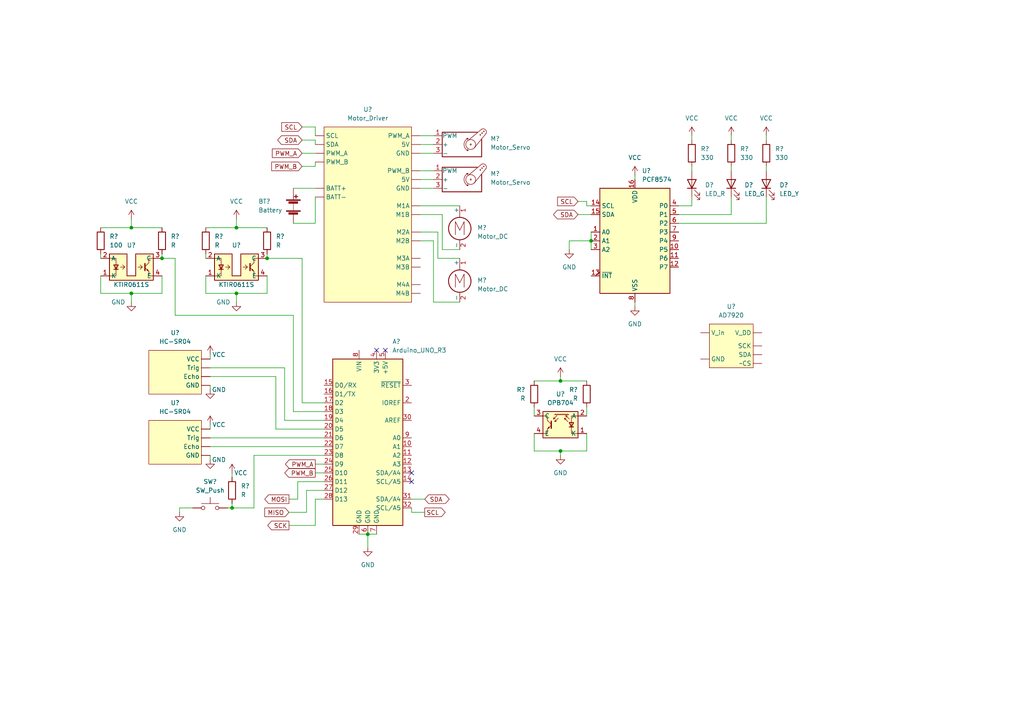
<source format=kicad_sch>
(kicad_sch (version 20211123) (generator eeschema)
  (paper "A4")
  (lib_symbols
    (symbol "Device:Battery" (pin_numbers hide) (pin_names (offset 0) hide)
      (property "Reference" "BT" (at 2.54 2.54 0))
      (property "Value" "Battery" (at 2.54 0 0))
      (symbol "Battery_0_1"
        (rectangle (start -2.032 -1.397) (end 2.032 -1.651) (fill (type outline)))
        (rectangle (start -2.032 1.778) (end 2.032 1.524) (fill (type outline)))
        (rectangle (start -1.3208 -1.9812) (end 1.27 -2.4892) (fill (type outline)))
        (rectangle (start -1.3208 1.1938) (end 1.27 0.6858) (fill (type outline)))
        (polyline (pts (xy 0 -1.524) (xy 0 -1.27)))
        (polyline (pts (xy 0 -1.016) (xy 0 -0.762)))
        (polyline (pts (xy 0 -0.508) (xy 0 -0.254)))
        (polyline (pts (xy 0 0) (xy 0 0.254)))
        (polyline (pts (xy 0 0.508) (xy 0 0.762)))
        (polyline (pts (xy 0 1.778) (xy 0 2.54)))
        (polyline (pts (xy 0.254 2.667) (xy 1.27 2.667)) (stroke (width 0.254)))
        (polyline (pts (xy 0.762 3.175) (xy 0.762 2.159)) (stroke (width 0.254)))
      )
      (symbol "Battery_1_1"
        (pin passive line (at 0 5.08 270) (length 2.54) (name "+") (number "1"))
        (pin passive line (at 0 -5.08 90) (length 2.54) (name "-") (number "2"))
      )
    )
    (symbol "Device:LED" (pin_numbers hide) (pin_names (offset 1.016) hide)
      (property "Reference" "D" (at 0 2.54 0))
      (property "Value" "LED" (at 0 -2.54 0))
      (symbol "LED_0_1"
        (polyline (pts (xy -1.27 -1.27) (xy -1.27 1.27)) (stroke (width 0.254)))
        (polyline (pts (xy -1.27 0) (xy 1.27 0)))
        (polyline (pts (xy 1.27 -1.27) (xy 1.27 1.27) (xy -1.27 0) (xy 1.27 -1.27)) (stroke (width 0.254)))
        (polyline (pts (xy -3.048 -0.762) (xy -4.572 -2.286) (xy -3.81 -2.286) (xy -4.572 -2.286) (xy -4.572 -1.524)))
        (polyline (pts (xy -1.778 -0.762) (xy -3.302 -2.286) (xy -2.54 -2.286) (xy -3.302 -2.286) (xy -3.302 -1.524)))
      )
      (symbol "LED_1_1"
        (pin passive line (at -3.81 0 0) (length 2.54) (name "K") (number "1"))
        (pin passive line (at 3.81 0 180) (length 2.54) (name "A") (number "2"))
      )
    )
    (symbol "Device:R" (pin_numbers hide) (pin_names (offset 0))
      (property "Reference" "R" (at 2.032 0 90))
      (property "Value" "R" (at 0 0 90))
      (symbol "R_0_1"
        (rectangle (start -1.016 -2.54) (end 1.016 2.54) (stroke (width 0.254)))
      )
      (symbol "R_1_1"
        (pin passive line (at 0 3.81 270) (length 1.27) (name "~") (number "1"))
        (pin passive line (at 0 -3.81 90) (length 1.27) (name "~") (number "2"))
      )
    )
    (symbol "IEP:AD7920"
      (property "Reference" "U?" (at 0 11.43 0))
      (property "Value" "AD7920" (at 0 8.89 0))
      (symbol "AD7920_0_1"
        (rectangle (start -6.35 6.35) (end 6.35 -6.35) (fill (type background)))
      )
      (symbol "AD7920_1_0"
        (pin passive line (at -8.89 -3.81 0) (length 2.54) (name "GND") (number ""))
        (pin input line (at 8.89 0 180) (length 2.54) (name "SCK") (number ""))
        (pin output line (at 8.89 -2.54 180) (length 2.54) (name "SDA") (number ""))
        (pin power_in line (at 8.89 3.81 180) (length 2.54) (name "V_DD") (number ""))
        (pin input line (at -8.89 3.81 0) (length 2.54) (name "V_in") (number ""))
        (pin input line (at 8.89 -5.08 180) (length 2.54) (name "~CS") (number ""))
      )
    )
    (symbol "Integrated_Design_Project:HC-SR04"
      (property "Reference" "U" (at 0 10.16 0))
      (property "Value" "HC-SR04" (at 0 6.35 0))
      (symbol "HC-SR04_0_1"
        (rectangle (start -7.62 5.08) (end 7.62 -7.62) (fill (type background)))
      )
      (symbol "HC-SR04_1_1"
        (pin output line (at -10.16 -2.54 0) (length 2.54) (name "Echo") (number ""))
        (pin power_in line (at -10.16 -5.08 0) (length 2.54) (name "GND") (number ""))
        (pin input line (at -10.16 0 0) (length 2.54) (name "Trig") (number ""))
        (pin power_in line (at -10.16 2.54 0) (length 2.54) (name "VCC") (number ""))
      )
    )
    (symbol "Integrated_Design_Project:KTIR0611S"
      (property "Reference" "U" (at 0 5.08 0))
      (property "Value" "KTIR0611S" (at 0 7.62 0))
      (symbol "KTIR0611S_0_1"
        (polyline (pts (xy -5.08 -0.635) (xy -3.81 -0.635)) (stroke (width 0.254)))
        (polyline (pts (xy -1.905 0) (xy -2.54 -0.635)))
        (polyline (pts (xy 3.175 0) (xy 2.54 -0.635)))
        (polyline (pts (xy 3.937 -0.127) (xy 5.08 -1.27)))
        (polyline (pts (xy 3.937 0.127) (xy 5.08 1.27)))
        (polyline (pts (xy -3.175 0) (xy -1.905 0) (xy -2.54 0.635)))
        (polyline (pts (xy 1.905 0) (xy 3.175 0) (xy 2.54 0.635)))
        (polyline (pts (xy 3.937 1.016) (xy 3.937 -1.016) (xy 3.937 -1.016)) (stroke (width 0.3556)))
        (polyline (pts (xy 5.08 -1.27) (xy 5.08 -2.54) (xy 6.35 -2.54)))
        (polyline (pts (xy 5.08 1.27) (xy 5.08 2.54) (xy 6.35 2.54)))
        (polyline (pts (xy -6.35 -2.54) (xy -4.445 -2.54) (xy -4.445 2.54) (xy -6.35 2.54)))
        (polyline (pts (xy -4.445 -0.635) (xy -5.08 0.635) (xy -3.81 0.635) (xy -4.445 -0.635)) (stroke (width 0.254)))
        (polyline (pts (xy 4.953 -1.143) (xy 4.699 -0.635) (xy 4.445 -0.889) (xy 4.953 -1.143)))
        (polyline (pts (xy -6.35 -3.81) (xy 6.35 -3.81) (xy 6.35 3.81) (xy 1.27 3.81) (xy 1.27 -2.54) (xy -1.27 -2.54) (xy -1.27 3.81) (xy -6.35 3.81) (xy -6.35 -3.81)) (stroke (width 0.254)) (fill (type background)))
      )
      (symbol "KTIR0611S_1_1"
        (pin passive line (at -8.89 -2.54 0) (length 2.54) (name "K") (number "1"))
        (pin passive line (at -8.89 2.54 0) (length 2.54) (name "A") (number "2"))
        (pin open_collector line (at 8.89 2.54 180) (length 2.54) (name "C") (number "3"))
        (pin open_emitter line (at 8.89 -2.54 180) (length 2.54) (name "E") (number "4"))
      )
    )
    (symbol "Integrated_Design_Project:Motor_Driver"
      (property "Reference" "U" (at 0 0 0))
      (property "Value" "Motor_Driver" (at 0 -2.54 0))
      (symbol "Motor_Driver_0_1"
        (rectangle (start -12.7 -5.08) (end 12.7 -55.88) (fill (type background)))
      )
      (symbol "Motor_Driver_1_1"
        (pin power_out line (at 15.24 -20.32 180) (length 2.54) (name "5V") (number ""))
        (pin power_out line (at 15.24 -10.16 180) (length 2.54) (name "5V") (number ""))
        (pin power_in line (at -15.24 -22.86 0) (length 2.54) (name "BATT+") (number ""))
        (pin power_in line (at -15.24 -25.4 0) (length 2.54) (name "BATT-") (number ""))
        (pin power_out line (at 15.24 -22.86 180) (length 2.54) (name "GND") (number ""))
        (pin power_out line (at 15.24 -12.7 180) (length 2.54) (name "GND") (number ""))
        (pin bidirectional line (at 15.24 -27.94 180) (length 2.54) (name "M1A") (number ""))
        (pin bidirectional line (at 15.24 -30.48 180) (length 2.54) (name "M1B") (number ""))
        (pin bidirectional line (at 15.24 -35.56 180) (length 2.54) (name "M2A") (number ""))
        (pin bidirectional line (at 15.24 -38.1 180) (length 2.54) (name "M2B") (number ""))
        (pin bidirectional line (at 15.24 -43.18 180) (length 2.54) (name "M3A") (number ""))
        (pin bidirectional line (at 15.24 -45.72 180) (length 2.54) (name "M3B") (number ""))
        (pin bidirectional line (at 15.24 -50.8 180) (length 2.54) (name "M4A") (number ""))
        (pin bidirectional line (at 15.24 -53.34 180) (length 2.54) (name "M4B") (number ""))
        (pin input line (at -15.24 -12.7 0) (length 2.54) (name "PWM_A") (number ""))
        (pin input line (at 15.24 -7.62 180) (length 2.54) (name "PWM_A") (number ""))
        (pin input line (at -15.24 -15.24 0) (length 2.54) (name "PWM_B") (number ""))
        (pin output line (at 15.24 -17.78 180) (length 2.54) (name "PWM_B") (number ""))
        (pin input line (at -15.24 -7.62 0) (length 2.54) (name "SCL") (number ""))
        (pin input line (at -15.24 -10.16 0) (length 2.54) (name "SDA") (number ""))
      )
    )
    (symbol "Integrated_Design_Project:OPB704"
      (property "Reference" "U" (at 0 6.35 0))
      (property "Value" "OPB704" (at 0 8.89 0))
      (symbol "OPB704_0_1"
        (polyline (pts (xy -3.81 -0.635) (xy -2.54 -0.635)) (stroke (width 0.254)))
        (polyline (pts (xy -2.286 2.921) (xy -2.032 3.175)))
        (polyline (pts (xy -1.778 2.921) (xy -1.524 3.175)))
        (polyline (pts (xy -1.524 2.667) (xy -1.651 2.159)))
        (polyline (pts (xy -1.27 2.921) (xy -1.016 3.175)))
        (polyline (pts (xy -1.143 1.905) (xy -1.27 1.397)))
        (polyline (pts (xy -0.762 2.921) (xy -0.508 3.175)))
        (polyline (pts (xy -0.254 2.921) (xy 0 3.175)))
        (polyline (pts (xy 0.254 2.921) (xy 0.508 3.175)))
        (polyline (pts (xy 0.762 2.921) (xy 1.016 3.175)))
        (polyline (pts (xy 1.27 2.921) (xy 1.524 3.175)))
        (polyline (pts (xy 1.651 0.889) (xy 1.143 1.016)))
        (polyline (pts (xy 1.778 2.921) (xy -2.413 2.921)))
        (polyline (pts (xy 2.032 1.651) (xy 1.524 1.778)))
        (polyline (pts (xy 2.667 -0.127) (xy 3.81 -1.27)))
        (polyline (pts (xy 2.667 0.127) (xy 3.81 1.27)))
        (polyline (pts (xy -2.54 1.651) (xy -1.524 2.667) (xy -2.032 2.54)))
        (polyline (pts (xy -2.159 0.889) (xy -1.143 1.905) (xy -1.651 1.778)))
        (polyline (pts (xy 0.635 1.905) (xy 1.651 0.889) (xy 1.524 1.397)))
        (polyline (pts (xy 1.016 2.667) (xy 2.032 1.651) (xy 1.905 2.159)))
        (polyline (pts (xy 2.667 1.016) (xy 2.667 -1.016) (xy 2.667 -1.016)) (stroke (width 0.3556)))
        (polyline (pts (xy 3.81 -1.27) (xy 3.81 -2.54) (xy 5.08 -2.54)))
        (polyline (pts (xy 3.81 1.27) (xy 3.81 2.54) (xy 5.08 2.54)))
        (polyline (pts (xy -5.08 -2.54) (xy -3.175 -2.54) (xy -3.175 2.54) (xy -5.08 2.54)))
        (polyline (pts (xy -3.175 -0.635) (xy -3.81 0.635) (xy -2.54 0.635) (xy -3.175 -0.635)) (stroke (width 0.254)))
        (polyline (pts (xy 3.683 -1.143) (xy 3.429 -0.635) (xy 3.175 -0.889) (xy 3.683 -1.143)))
        (polyline (pts (xy -5.08 -3.81) (xy 5.08 -3.81) (xy 5.08 3.81) (xy -5.08 3.81) (xy -5.08 -3.81)) (stroke (width 0.254)) (fill (type background)))
      )
      (symbol "OPB704_1_1"
        (pin passive line (at -7.62 -2.54 0) (length 2.54) (name "K") (number "1"))
        (pin passive line (at -7.62 2.54 0) (length 2.54) (name "A") (number "2"))
        (pin open_collector line (at 7.62 2.54 180) (length 2.54) (name "C") (number "3"))
        (pin open_emitter line (at 7.62 -2.54 180) (length 2.54) (name "E") (number "4"))
      )
    )
    (symbol "Interface_Expansion:PCF8574"
      (property "Reference" "U" (at -8.89 16.51 0))
      (property "Value" "PCF8574" (at 2.54 16.51 0))
      (symbol "PCF8574_0_1"
        (rectangle (start -10.16 15.24) (end 10.16 -15.24) (stroke (width 0.254)) (fill (type background)))
      )
      (symbol "PCF8574_1_1"
        (pin input line (at -12.7 2.54 0) (length 2.54) (name "A0") (number "1"))
        (pin bidirectional line (at 12.7 -2.54 180) (length 2.54) (name "P5") (number "10"))
        (pin bidirectional line (at 12.7 -5.08 180) (length 2.54) (name "P6") (number "11"))
        (pin bidirectional line (at 12.7 -7.62 180) (length 2.54) (name "P7") (number "12"))
        (pin open_collector output_low (at -12.7 -10.16 0) (length 2.54) (name "~{INT}") (number "13"))
        (pin input line (at -12.7 10.16 0) (length 2.54) (name "SCL") (number "14"))
        (pin bidirectional line (at -12.7 7.62 0) (length 2.54) (name "SDA") (number "15"))
        (pin power_in line (at 0 17.78 270) (length 2.54) (name "VDD") (number "16"))
        (pin input line (at -12.7 0 0) (length 2.54) (name "A1") (number "2"))
        (pin input line (at -12.7 -2.54 0) (length 2.54) (name "A2") (number "3"))
        (pin bidirectional line (at 12.7 10.16 180) (length 2.54) (name "P0") (number "4"))
        (pin bidirectional line (at 12.7 7.62 180) (length 2.54) (name "P1") (number "5"))
        (pin bidirectional line (at 12.7 5.08 180) (length 2.54) (name "P2") (number "6"))
        (pin bidirectional line (at 12.7 2.54 180) (length 2.54) (name "P3") (number "7"))
        (pin power_in line (at 0 -17.78 90) (length 2.54) (name "VSS") (number "8"))
        (pin bidirectional line (at 12.7 0 180) (length 2.54) (name "P4") (number "9"))
      )
    )
    (symbol "MCU_Module:Arduino_UNO_R3"
      (property "Reference" "A" (at -10.16 23.495 0))
      (property "Value" "Arduino_UNO_R3" (at 5.08 -26.67 0))
      (symbol "Arduino_UNO_R3_0_1"
        (rectangle (start -10.16 22.86) (end 10.16 -25.4) (stroke (width 0.254)) (fill (type background)))
      )
      (symbol "Arduino_UNO_R3_1_1"
        (pin no_connect line (at -10.16 -20.32 0) (length 2.54) hide (name "NC") (number "1"))
        (pin bidirectional line (at 12.7 -2.54 180) (length 2.54) (name "A1") (number "10"))
        (pin bidirectional line (at 12.7 -5.08 180) (length 2.54) (name "A2") (number "11"))
        (pin bidirectional line (at 12.7 -7.62 180) (length 2.54) (name "A3") (number "12"))
        (pin bidirectional line (at 12.7 -10.16 180) (length 2.54) (name "SDA/A4") (number "13"))
        (pin bidirectional line (at 12.7 -12.7 180) (length 2.54) (name "SCL/A5") (number "14"))
        (pin bidirectional line (at -12.7 15.24 0) (length 2.54) (name "D0/RX") (number "15"))
        (pin bidirectional line (at -12.7 12.7 0) (length 2.54) (name "D1/TX") (number "16"))
        (pin bidirectional line (at -12.7 10.16 0) (length 2.54) (name "D2") (number "17"))
        (pin bidirectional line (at -12.7 7.62 0) (length 2.54) (name "D3") (number "18"))
        (pin bidirectional line (at -12.7 5.08 0) (length 2.54) (name "D4") (number "19"))
        (pin output line (at 12.7 10.16 180) (length 2.54) (name "IOREF") (number "2"))
        (pin bidirectional line (at -12.7 2.54 0) (length 2.54) (name "D5") (number "20"))
        (pin bidirectional line (at -12.7 0 0) (length 2.54) (name "D6") (number "21"))
        (pin bidirectional line (at -12.7 -2.54 0) (length 2.54) (name "D7") (number "22"))
        (pin bidirectional line (at -12.7 -5.08 0) (length 2.54) (name "D8") (number "23"))
        (pin bidirectional line (at -12.7 -7.62 0) (length 2.54) (name "D9") (number "24"))
        (pin bidirectional line (at -12.7 -10.16 0) (length 2.54) (name "D10") (number "25"))
        (pin bidirectional line (at -12.7 -12.7 0) (length 2.54) (name "D11") (number "26"))
        (pin bidirectional line (at -12.7 -15.24 0) (length 2.54) (name "D12") (number "27"))
        (pin bidirectional line (at -12.7 -17.78 0) (length 2.54) (name "D13") (number "28"))
        (pin power_in line (at -2.54 -27.94 90) (length 2.54) (name "GND") (number "29"))
        (pin input line (at 12.7 15.24 180) (length 2.54) (name "~{RESET}") (number "3"))
        (pin input line (at 12.7 5.08 180) (length 2.54) (name "AREF") (number "30"))
        (pin bidirectional line (at 12.7 -17.78 180) (length 2.54) (name "SDA/A4") (number "31"))
        (pin bidirectional line (at 12.7 -20.32 180) (length 2.54) (name "SCL/A5") (number "32"))
        (pin power_out line (at 2.54 25.4 270) (length 2.54) (name "3V3") (number "4"))
        (pin power_out line (at 5.08 25.4 270) (length 2.54) (name "+5V") (number "5"))
        (pin power_in line (at 0 -27.94 90) (length 2.54) (name "GND") (number "6"))
        (pin power_in line (at 2.54 -27.94 90) (length 2.54) (name "GND") (number "7"))
        (pin power_in line (at -2.54 25.4 270) (length 2.54) (name "VIN") (number "8"))
        (pin bidirectional line (at 12.7 0 180) (length 2.54) (name "A0") (number "9"))
      )
    )
    (symbol "Motor:Motor_DC" (pin_names (offset 0))
      (property "Reference" "M" (at 2.54 2.54 0))
      (property "Value" "Motor_DC" (at 2.54 -5.08 0))
      (symbol "Motor_DC_0_0"
        (polyline (pts (xy -1.27 -3.302) (xy -1.27 0.508) (xy 0 -2.032) (xy 1.27 0.508) (xy 1.27 -3.302)))
      )
      (symbol "Motor_DC_0_1"
        (circle (center 0 -1.524) (radius 3.2512) (stroke (width 0.254)))
        (polyline (pts (xy 0 -7.62) (xy 0 -7.112)))
        (polyline (pts (xy 0 -4.7752) (xy 0 -5.1816)))
        (polyline (pts (xy 0 1.7272) (xy 0 2.0828)))
        (polyline (pts (xy 0 2.032) (xy 0 2.54)))
      )
      (symbol "Motor_DC_1_1"
        (pin passive line (at 0 5.08 270) (length 2.54) (name "+") (number "1"))
        (pin passive line (at 0 -7.62 90) (length 2.54) (name "-") (number "2"))
      )
    )
    (symbol "Motor:Motor_Servo" (pin_names (offset 0.0254))
      (property "Reference" "M" (at -5.08 4.445 0))
      (property "Value" "Motor_Servo" (at -5.08 -4.064 0))
      (symbol "Motor_Servo_0_1"
        (polyline (pts (xy 2.413 -1.778) (xy 2.032 -1.778)))
        (polyline (pts (xy 2.413 -1.778) (xy 2.286 -1.397)))
        (polyline (pts (xy 2.413 1.778) (xy 1.905 1.778)))
        (polyline (pts (xy 2.413 1.778) (xy 2.286 1.397)))
        (polyline (pts (xy 6.35 4.445) (xy 2.54 1.27)))
        (polyline (pts (xy 7.62 3.175) (xy 4.191 -1.016)))
        (polyline (pts (xy 5.08 3.556) (xy -5.08 3.556) (xy -5.08 -3.556) (xy 6.35 -3.556) (xy 6.35 1.524)) (stroke (width 0.254)))
        (arc (start 2.413 1.778) (mid 1.2406 0) (end 2.413 -1.778))
        (circle (center 3.175 0) (radius 0.1778))
        (circle (center 3.175 0) (radius 1.4224))
        (circle (center 5.969 2.794) (radius 0.127))
        (circle (center 6.477 3.302) (radius 0.127))
        (circle (center 6.985 3.81) (radius 0.127))
        (arc (start 7.62 3.175) (mid 7.4485 4.2735) (end 6.35 4.445))
      )
      (symbol "Motor_Servo_1_1"
        (pin passive line (at -7.62 2.54 0) (length 2.54) (name "PWM") (number "1"))
        (pin passive line (at -7.62 0 0) (length 2.54) (name "+") (number "2"))
        (pin passive line (at -7.62 -2.54 0) (length 2.54) (name "-") (number "3"))
      )
    )
    (symbol "Switch:SW_Push" (pin_numbers hide) (pin_names (offset 1.016) hide)
      (property "Reference" "SW" (at 1.27 2.54 0))
      (property "Value" "SW_Push" (at 0 -1.524 0))
      (symbol "SW_Push_0_1"
        (circle (center -2.032 0) (radius 0.508))
        (polyline (pts (xy 0 1.27) (xy 0 3.048)))
        (polyline (pts (xy 2.54 1.27) (xy -2.54 1.27)))
        (circle (center 2.032 0) (radius 0.508))
        (pin passive line (at -5.08 0 0) (length 2.54) (name "1") (number "1"))
        (pin passive line (at 5.08 0 180) (length 2.54) (name "2") (number "2"))
      )
    )
    (symbol "power:GND" (power) (pin_names (offset 0))
      (property "Value" "GND" (at 0 -3.81 0))
      (symbol "GND_0_1"
        (polyline (pts (xy 0 0) (xy 0 -1.27) (xy 1.27 -1.27) (xy 0 -2.54) (xy -1.27 -1.27) (xy 0 -1.27)))
      )
      (symbol "GND_1_1"
        (pin power_in line (at 0 0 270) (length 0) hide (name "GND") (number "1"))
      )
    )
    (symbol "power:VCC" (power) (pin_names (offset 0))
      (property "Value" "VCC" (at 0 3.81 0))
      (symbol "VCC_0_1"
        (polyline (pts (xy -0.762 1.27) (xy 0 2.54)))
        (polyline (pts (xy 0 0) (xy 0 2.54)))
        (polyline (pts (xy 0 2.54) (xy 0.762 1.27)))
      )
      (symbol "VCC_1_1"
        (pin power_in line (at 0 0 90) (length 0) hide (name "VCC") (number "1"))
      )
    )
  )
  (junction (at 77.47 74.93))
  (junction (at 106.68 154.94))
  (junction (at 162.56 110.49))
  (junction (at 67.31 147.32))
  (junction (at 38.1 66.04))
  (junction (at 38.1 85.09))
  (junction (at 68.58 66.04))
  (junction (at 46.99 74.93))
  (junction (at 162.56 130.81))
  (junction (at 68.58 85.09))
  (junction (at 171.45 69.85))
  (no_connect (at 111.76 101.6))
  (no_connect (at 109.22 101.6))
  (no_connect (at 119.38 139.7))
  (no_connect (at 119.38 137.16))
  (wire (pts (xy 127 67.31) (xy 127 74.93)))
  (wire (pts (xy 171.45 59.69) (xy 170.18 59.69)))
  (wire (pts (xy 125.73 87.63) (xy 133.35 87.63)))
  (wire (pts (xy 170.18 59.69) (xy 170.18 58.42)))
  (wire (pts (xy 52.07 147.32) (xy 52.07 148.59)))
  (wire (pts (xy 162.56 110.49) (xy 154.94 110.49)))
  (wire (pts (xy 200.66 39.37) (xy 200.66 40.64)))
  (wire (pts (xy 125.73 69.85) (xy 125.73 87.63)))
  (wire (pts (xy 38.1 85.09) (xy 46.99 85.09)))
  (wire (pts (xy 200.66 57.15) (xy 200.66 59.69)))
  (wire (pts (xy 87.63 40.64) (xy 91.44 40.64)))
  (wire (pts (xy 91.44 39.37) (xy 91.44 36.83)))
  (wire (pts (xy 123.19 144.78) (xy 119.38 144.78)))
  (wire (pts (xy 123.19 148.59) (xy 119.38 148.59)))
  (wire (pts (xy 29.21 73.66) (xy 29.21 74.93)))
  (wire (pts (xy 162.56 132.08) (xy 162.56 130.81)))
  (wire (pts (xy 77.47 85.09) (xy 77.47 80.01)))
  (wire (pts (xy 93.98 144.78) (xy 91.44 144.78)))
  (wire (pts (xy 121.92 41.91) (xy 125.73 41.91)))
  (wire (pts (xy 66.04 147.32) (xy 67.31 147.32)))
  (wire (pts (xy 91.44 144.78) (xy 91.44 152.4)))
  (wire (pts (xy 68.58 85.09) (xy 77.47 85.09)))
  (wire (pts (xy 46.99 73.66) (xy 46.99 74.93)))
  (wire (pts (xy 154.94 118.11) (xy 154.94 120.65)))
  (wire (pts (xy 80.01 124.46) (xy 93.98 124.46)))
  (wire (pts (xy 86.36 139.7) (xy 86.36 144.78)))
  (wire (pts (xy 121.92 39.37) (xy 125.73 39.37)))
  (wire (pts (xy 91.44 137.16) (xy 93.98 137.16)))
  (wire (pts (xy 83.82 148.59) (xy 88.9 148.59)))
  (wire (pts (xy 212.09 62.23) (xy 212.09 57.15)))
  (wire (pts (xy 93.98 134.62) (xy 91.44 134.62)))
  (wire (pts (xy 222.25 57.15) (xy 222.25 64.77)))
  (wire (pts (xy 154.94 130.81) (xy 154.94 125.73)))
  (wire (pts (xy 85.09 64.77) (xy 91.44 64.77)))
  (wire (pts (xy 170.18 110.49) (xy 162.56 110.49)))
  (wire (pts (xy 162.56 130.81) (xy 154.94 130.81)))
  (wire (pts (xy 121.92 69.85) (xy 125.73 69.85)))
  (wire (pts (xy 82.55 121.92) (xy 82.55 106.68)))
  (wire (pts (xy 67.31 137.16) (xy 67.31 138.43)))
  (wire (pts (xy 200.66 49.53) (xy 200.66 48.26)))
  (wire (pts (xy 121.92 67.31) (xy 127 67.31)))
  (wire (pts (xy 184.15 50.8) (xy 184.15 52.07)))
  (wire (pts (xy 170.18 125.73) (xy 170.18 130.81)))
  (wire (pts (xy 222.25 40.64) (xy 222.25 39.37)))
  (wire (pts (xy 87.63 44.45) (xy 91.44 44.45)))
  (wire (pts (xy 91.44 152.4) (xy 83.82 152.4)))
  (wire (pts (xy 85.09 91.44) (xy 85.09 119.38)))
  (wire (pts (xy 46.99 85.09) (xy 46.99 80.01)))
  (wire (pts (xy 106.68 154.94) (xy 109.22 154.94)))
  (wire (pts (xy 87.63 74.93) (xy 87.63 116.84)))
  (wire (pts (xy 38.1 63.5) (xy 38.1 66.04)))
  (wire (pts (xy 59.69 73.66) (xy 59.69 74.93)))
  (wire (pts (xy 106.68 154.94) (xy 106.68 158.75)))
  (wire (pts (xy 121.92 54.61) (xy 125.73 54.61)))
  (wire (pts (xy 121.92 59.69) (xy 133.35 59.69)))
  (wire (pts (xy 60.96 102.87) (xy 60.96 104.14)))
  (wire (pts (xy 165.1 69.85) (xy 165.1 72.39)))
  (wire (pts (xy 121.92 49.53) (xy 125.73 49.53)))
  (wire (pts (xy 50.8 74.93) (xy 50.8 91.44)))
  (wire (pts (xy 50.8 91.44) (xy 85.09 91.44)))
  (wire (pts (xy 60.96 123.19) (xy 60.96 124.46)))
  (wire (pts (xy 93.98 132.08) (xy 73.66 132.08)))
  (wire (pts (xy 59.69 85.09) (xy 68.58 85.09)))
  (wire (pts (xy 38.1 85.09) (xy 38.1 87.63)))
  (wire (pts (xy 87.63 48.26) (xy 91.44 48.26)))
  (wire (pts (xy 171.45 69.85) (xy 171.45 72.39)))
  (wire (pts (xy 91.44 57.15) (xy 91.44 64.77)))
  (wire (pts (xy 162.56 109.22) (xy 162.56 110.49)))
  (wire (pts (xy 38.1 66.04) (xy 46.99 66.04)))
  (wire (pts (xy 85.09 54.61) (xy 91.44 54.61)))
  (wire (pts (xy 77.47 73.66) (xy 77.47 74.93)))
  (wire (pts (xy 165.1 69.85) (xy 171.45 69.85)))
  (wire (pts (xy 170.18 118.11) (xy 170.18 120.65)))
  (wire (pts (xy 93.98 139.7) (xy 86.36 139.7)))
  (wire (pts (xy 68.58 87.63) (xy 68.58 85.09)))
  (wire (pts (xy 73.66 132.08) (xy 73.66 147.32)))
  (wire (pts (xy 68.58 66.04) (xy 77.47 66.04)))
  (wire (pts (xy 167.64 62.23) (xy 171.45 62.23)))
  (wire (pts (xy 29.21 80.01) (xy 29.21 85.09)))
  (wire (pts (xy 104.14 154.94) (xy 106.68 154.94)))
  (wire (pts (xy 196.85 64.77) (xy 222.25 64.77)))
  (wire (pts (xy 80.01 109.22) (xy 80.01 124.46)))
  (wire (pts (xy 29.21 85.09) (xy 38.1 85.09)))
  (wire (pts (xy 87.63 116.84) (xy 93.98 116.84)))
  (wire (pts (xy 212.09 40.64) (xy 212.09 39.37)))
  (wire (pts (xy 171.45 67.31) (xy 171.45 69.85)))
  (wire (pts (xy 200.66 59.69) (xy 196.85 59.69)))
  (wire (pts (xy 60.96 111.76) (xy 60.96 113.03)))
  (wire (pts (xy 38.1 66.04) (xy 29.21 66.04)))
  (wire (pts (xy 121.92 52.07) (xy 125.73 52.07)))
  (wire (pts (xy 55.88 147.32) (xy 52.07 147.32)))
  (wire (pts (xy 119.38 148.59) (xy 119.38 147.32)))
  (wire (pts (xy 68.58 63.5) (xy 68.58 66.04)))
  (wire (pts (xy 77.47 74.93) (xy 87.63 74.93)))
  (wire (pts (xy 170.18 130.81) (xy 162.56 130.81)))
  (wire (pts (xy 82.55 106.68) (xy 60.96 106.68)))
  (wire (pts (xy 133.35 72.39) (xy 128.27 72.39)))
  (wire (pts (xy 196.85 62.23) (xy 212.09 62.23)))
  (wire (pts (xy 46.99 74.93) (xy 50.8 74.93)))
  (wire (pts (xy 127 74.93) (xy 133.35 74.93)))
  (wire (pts (xy 60.96 109.22) (xy 80.01 109.22)))
  (wire (pts (xy 60.96 132.08) (xy 60.96 133.35)))
  (wire (pts (xy 60.96 129.54) (xy 93.98 129.54)))
  (wire (pts (xy 85.09 119.38) (xy 93.98 119.38)))
  (wire (pts (xy 83.82 144.78) (xy 86.36 144.78)))
  (wire (pts (xy 91.44 46.99) (xy 91.44 48.26)))
  (wire (pts (xy 184.15 87.63) (xy 184.15 88.9)))
  (wire (pts (xy 59.69 80.01) (xy 59.69 85.09)))
  (wire (pts (xy 167.64 58.42) (xy 170.18 58.42)))
  (wire (pts (xy 60.96 127) (xy 93.98 127)))
  (wire (pts (xy 68.58 66.04) (xy 59.69 66.04)))
  (wire (pts (xy 93.98 142.24) (xy 88.9 142.24)))
  (wire (pts (xy 67.31 147.32) (xy 73.66 147.32)))
  (wire (pts (xy 82.55 121.92) (xy 93.98 121.92)))
  (wire (pts (xy 222.25 48.26) (xy 222.25 49.53)))
  (wire (pts (xy 91.44 40.64) (xy 91.44 41.91)))
  (wire (pts (xy 67.31 146.05) (xy 67.31 147.32)))
  (wire (pts (xy 87.63 36.83) (xy 91.44 36.83)))
  (wire (pts (xy 121.92 62.23) (xy 128.27 62.23)))
  (wire (pts (xy 212.09 48.26) (xy 212.09 49.53)))
  (wire (pts (xy 121.92 44.45) (xy 125.73 44.45)))
  (wire (pts (xy 88.9 142.24) (xy 88.9 148.59)))
  (wire (pts (xy 128.27 72.39) (xy 128.27 62.23)))
  (global_label "PWM_B" (shape output) (at 91.44 137.16 180) (property "Intersheet References" "${INTERSHEET_REFS}" (effects hide)))
  (global_label "MISO" (shape input) (at 83.82 148.59 180) (property "Intersheet References" "${INTERSHEET_REFS}" (effects hide)))
  (global_label "SCL" (shape input) (at 87.63 36.83 180) (property "Intersheet References" "${INTERSHEET_REFS}" (effects hide)))
  (global_label "SDA" (shape bidirectional) (at 167.64 62.23 180) (property "Intersheet References" "${INTERSHEET_REFS}" (effects hide)))
  (global_label "SCL" (shape output) (at 123.19 148.59 0) (property "Intersheet References" "${INTERSHEET_REFS}" (effects hide)))
  (global_label "PWM_A" (shape output) (at 91.44 134.62 180) (property "Intersheet References" "${INTERSHEET_REFS}" (effects hide)))
  (global_label "SDA" (shape bidirectional) (at 87.63 40.64 180) (property "Intersheet References" "${INTERSHEET_REFS}" (effects hide)))
  (global_label "PWM_A" (shape input) (at 87.63 44.45 180) (property "Intersheet References" "${INTERSHEET_REFS}" (effects hide)))
  (global_label "SCK" (shape output) (at 83.82 152.4 180) (property "Intersheet References" "${INTERSHEET_REFS}" (effects hide)))
  (global_label "SCL" (shape input) (at 167.64 58.42 180) (property "Intersheet References" "${INTERSHEET_REFS}" (effects hide)))
  (global_label "MOSI" (shape output) (at 83.82 144.78 180) (property "Intersheet References" "${INTERSHEET_REFS}" (effects hide)))
  (global_label "SDA" (shape bidirectional) (at 123.19 144.78 0) (property "Intersheet References" "${INTERSHEET_REFS}" (effects hide)))
  (global_label "PWM_B" (shape input) (at 87.63 48.26 180) (property "Intersheet References" "${INTERSHEET_REFS}" (effects hide)))
  (symbol (lib_id "power:GND") (at 60.96 113.03 0) (unit 1)
    (property "Reference" "#PWR?" (effects hide))
    (property "Value" "GND" (at 63.5 113.03 0))
  )
  (symbol (lib_id "Device:LED") (at 200.66 53.34 90) (unit 1)
    (property "Reference" "D?" (at 204.47 53.6574 90) (effects (justify right)))
    (property "Value" "LED_R" (at 204.47 56.1974 90) (effects (justify right)))
  )
  (symbol (lib_id "Device:LED") (at 222.25 53.34 90) (unit 1)
    (property "Reference" "D?" (at 226.06 53.6574 90) (effects (justify right)))
    (property "Value" "LED_Y" (at 226.06 56.1974 90) (effects (justify right)))
  )
  (symbol (lib_id "Device:R") (at 59.69 69.85 0) (unit 1)
    (property "Reference" "R?" (at 62.23 68.5799 0) (effects (justify left)))
    (property "Value" "R" (at 62.23 71.1199 0) (effects (justify left)))
  )
  (symbol (lib_id "power:GND") (at 184.15 88.9 0) (unit 1)
    (property "Reference" "#PWR?" (effects hide))
    (property "Value" "GND" (at 184.15 93.98 0))
  )
  (symbol (lib_id "power:GND") (at 60.96 133.35 0) (unit 1)
    (property "Reference" "#PWR?" (effects hide))
    (property "Value" "GND" (at 63.5 133.35 0))
  )
  (symbol (lib_id "Integrated_Design_Project:KTIR0611S") (at 38.1 77.47 0) (unit 1)
    (property "Reference" "U?" (at 38.1 71.12 0))
    (property "Value" "KTIR0611S" (at 38.1 82.55 0))
  )
  (symbol (lib_id "power:GND") (at 165.1 72.39 0) (unit 1)
    (property "Reference" "#PWR?" (effects hide))
    (property "Value" "GND" (at 165.1 77.47 0))
  )
  (symbol (lib_id "Device:R") (at 67.31 142.24 0) (unit 1)
    (property "Reference" "R?" (at 69.85 140.9699 0) (effects (justify left)))
    (property "Value" "R" (at 69.85 143.5099 0) (effects (justify left)))
  )
  (symbol (lib_id "power:VCC") (at 184.15 50.8 0) (unit 1)
    (property "Reference" "#PWR?" (effects hide))
    (property "Value" "VCC" (at 184.15 45.72 0))
  )
  (symbol (lib_id "power:GND") (at 68.58 87.63 0) (unit 1)
    (property "Reference" "#PWR?" (effects hide))
    (property "Value" "GND" (at 64.77 87.63 0))
  )
  (symbol (lib_id "MCU_Module:Arduino_UNO_R3") (at 106.68 127 0) (unit 1)
    (property "Reference" "A?" (at 113.7794 99.06 0) (effects (justify left)))
    (property "Value" "Arduino_UNO_R3" (at 113.7794 101.6 0) (effects (justify left)))
    (property "Footprint" "Module:Arduino_UNO_R3" (effects hide))
    (property "Datasheet" "https://www.arduino.cc/en/Main/arduinoBoardUno" (effects hide))
  )
  (symbol (lib_id "power:GND") (at 38.1 87.63 0) (unit 1)
    (property "Reference" "#PWR?" (effects hide))
    (property "Value" "GND" (at 34.29 87.63 0))
  )
  (symbol (lib_id "power:VCC") (at 162.56 109.22 0) (mirror y) (unit 1)
    (property "Reference" "#PWR?" (effects hide))
    (property "Value" "VCC" (at 162.56 104.14 0))
  )
  (symbol (lib_id "power:VCC") (at 67.31 137.16 0) (unit 1)
    (property "Reference" "#PWR?" (effects hide))
    (property "Value" "VCC" (at 69.85 137.16 0))
  )
  (symbol (lib_id "power:VCC") (at 60.96 102.87 0) (unit 1)
    (property "Reference" "#PWR?" (effects hide))
    (property "Value" "VCC" (at 63.5 102.87 0))
  )
  (symbol (lib_id "power:VCC") (at 212.09 39.37 0) (unit 1)
    (property "Reference" "#PWR?" (effects hide))
    (property "Value" "VCC" (at 212.09 34.29 0))
  )
  (symbol (lib_id "Integrated_Design_Project:Motor_Driver") (at 106.68 31.75 0) (unit 1)
    (property "Reference" "U?" (at 106.68 31.75 0))
    (property "Value" "Motor_Driver" (at 106.68 34.29 0))
  )
  (symbol (lib_id "Device:R") (at 29.21 69.85 0) (unit 1)
    (property "Reference" "R?" (at 31.75 68.5799 0) (effects (justify left)))
    (property "Value" "100" (at 31.75 71.1199 0) (effects (justify left)))
  )
  (symbol (lib_id "power:GND") (at 52.07 148.59 0) (unit 1)
    (property "Reference" "#PWR?" (effects hide))
    (property "Value" "GND" (at 52.07 153.67 0))
  )
  (symbol (lib_id "Motor:Motor_DC") (at 133.35 64.77 0) (unit 1)
    (property "Reference" "M?" (at 138.43 66.0399 0) (effects (justify left)))
    (property "Value" "Motor_DC" (at 138.43 68.5799 0) (effects (justify left)))
  )
  (symbol (lib_id "Motor:Motor_Servo") (at 133.35 41.91 0) (unit 1)
    (property "Reference" "M?" (at 142.24 40.2065 0) (effects (justify left)))
    (property "Value" "Motor_Servo" (at 142.24 42.7465 0) (effects (justify left)))
  )
  (symbol (lib_id "Device:R") (at 46.99 69.85 0) (unit 1)
    (property "Reference" "R?" (at 49.53 68.5799 0) (effects (justify left)))
    (property "Value" "R" (at 49.53 71.1199 0) (effects (justify left)))
  )
  (symbol (lib_id "power:VCC") (at 68.58 63.5 0) (unit 1)
    (property "Reference" "#PWR?" (effects hide))
    (property "Value" "VCC" (at 68.58 58.42 0))
  )
  (symbol (lib_id "Device:R") (at 170.18 114.3 0) (mirror y) (unit 1)
    (property "Reference" "R?" (at 167.64 113.0299 0) (effects (justify left)))
    (property "Value" "R" (at 167.64 115.5699 0) (effects (justify left)))
  )
  (symbol (lib_id "Integrated_Design_Project:KTIR0611S") (at 68.58 77.47 0) (unit 1)
    (property "Reference" "U?" (at 68.58 71.12 0))
    (property "Value" "KTIR0611S" (at 68.58 82.55 0))
  )
  (symbol (lib_id "Integrated_Design_Project:HC-SR04") (at 50.8 127 0) (mirror y) (unit 1)
    (property "Reference" "U?" (at 50.8 116.84 0))
    (property "Value" "HC-SR04" (at 50.8 119.38 0))
  )
  (symbol (lib_id "IEP:AD7920") (at 212.09 100.33 0) (unit 1)
    (property "Reference" "U?" (at 212.09 88.9 0))
    (property "Value" "AD7920" (at 212.09 91.44 0))
  )
  (symbol (lib_id "power:GND") (at 106.68 158.75 0) (unit 1)
    (property "Reference" "#PWR?" (effects hide))
    (property "Value" "GND" (at 106.68 163.83 0))
  )
  (symbol (lib_id "Device:LED") (at 212.09 53.34 90) (unit 1)
    (property "Reference" "D?" (at 215.9 53.6574 90) (effects (justify right)))
    (property "Value" "LED_G" (at 215.9 56.1974 90) (effects (justify right)))
  )
  (symbol (lib_id "Switch:SW_Push") (at 60.96 147.32 0) (unit 1)
    (property "Reference" "SW?" (at 60.96 139.7 0))
    (property "Value" "SW_Push" (at 60.96 142.24 0))
  )
  (symbol (lib_id "Device:R") (at 222.25 44.45 0) (unit 1)
    (property "Reference" "R?" (at 224.79 43.1799 0) (effects (justify left)))
    (property "Value" "330" (at 224.79 45.7199 0) (effects (justify left)))
  )
  (symbol (lib_id "Device:R") (at 77.47 69.85 180) (unit 1)
    (property "Reference" "R?" (at 80.01 68.5799 0) (effects (justify right)))
    (property "Value" "R" (at 80.01 71.1199 0) (effects (justify right)))
  )
  (symbol (lib_id "Device:R") (at 212.09 44.45 0) (unit 1)
    (property "Reference" "R?" (at 214.63 43.1799 0) (effects (justify left)))
    (property "Value" "330" (at 214.63 45.7199 0) (effects (justify left)))
  )
  (symbol (lib_id "Motor:Motor_Servo") (at 133.35 52.07 0) (unit 1)
    (property "Reference" "M?" (at 142.24 50.3665 0) (effects (justify left)))
    (property "Value" "Motor_Servo" (at 142.24 52.9065 0) (effects (justify left)))
  )
  (symbol (lib_id "Interface_Expansion:PCF8574") (at 184.15 69.85 0) (unit 1)
    (property "Reference" "U?" (at 186.1694 49.53 0) (effects (justify left)))
    (property "Value" "PCF8574" (at 186.1694 52.07 0) (effects (justify left)))
    (property "Datasheet" "http://www.nxp.com/documents/data_sheet/PCF8574_PCF8574A.pdf" (effects hide))
  )
  (symbol (lib_id "power:VCC") (at 60.96 123.19 0) (unit 1)
    (property "Reference" "#PWR?" (effects hide))
    (property "Value" "VCC" (at 63.5 123.19 0))
  )
  (symbol (lib_id "Integrated_Design_Project:HC-SR04") (at 50.8 106.68 0) (mirror y) (unit 1)
    (property "Reference" "U?" (at 50.8 96.52 0))
    (property "Value" "HC-SR04" (at 50.8 99.06 0))
  )
  (symbol (lib_id "power:VCC") (at 200.66 39.37 0) (unit 1)
    (property "Reference" "#PWR?" (effects hide))
    (property "Value" "VCC" (at 200.66 34.29 0))
  )
  (symbol (lib_id "Integrated_Design_Project:OPB704") (at 162.56 123.19 0) (mirror y) (unit 1)
    (property "Reference" "U?" (at 162.56 114.3 0))
    (property "Value" "OPB704" (at 162.56 116.84 0))
  )
  (symbol (lib_id "Device:R") (at 200.66 44.45 0) (unit 1)
    (property "Reference" "R?" (at 203.2 43.1799 0) (effects (justify left)))
    (property "Value" "330" (at 203.2 45.7199 0) (effects (justify left)))
  )
  (symbol (lib_id "power:VCC") (at 222.25 39.37 0) (unit 1)
    (property "Reference" "#PWR?" (effects hide))
    (property "Value" "VCC" (at 222.25 34.29 0))
  )
  (symbol (lib_id "power:GND") (at 162.56 132.08 0) (mirror y) (unit 1)
    (property "Reference" "#PWR?" (effects hide))
    (property "Value" "GND" (at 162.56 137.16 0))
  )
  (symbol (lib_id "Device:R") (at 154.94 114.3 0) (mirror y) (unit 1)
    (property "Reference" "R?" (at 152.4 113.0299 0) (effects (justify left)))
    (property "Value" "R" (at 152.4 115.5699 0) (effects (justify left)))
  )
  (symbol (lib_id "power:VCC") (at 38.1 63.5 0) (unit 1)
    (property "Reference" "#PWR?" (effects hide))
    (property "Value" "VCC" (at 38.1 58.42 0))
  )
  (symbol (lib_id "Device:Battery") (at 85.09 59.69 0) (unit 1)
    (property "Reference" "BT?" (at 74.93 58.42 0) (effects (justify left)))
    (property "Value" "Battery" (at 74.93 60.96 0) (effects (justify left)))
  )
  (symbol (lib_id "Motor:Motor_DC") (at 133.35 80.01 0) (unit 1)
    (property "Reference" "M?" (at 138.43 81.2799 0) (effects (justify left)))
    (property "Value" "Motor_DC" (at 138.43 83.8199 0) (effects (justify left)))
  )
)
</source>
